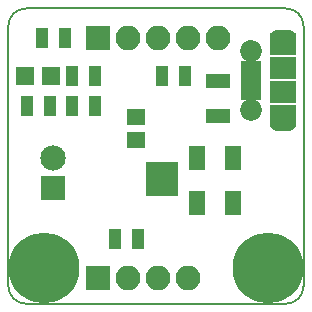
<source format=gbr>
G04 #@! TF.FileFunction,Soldermask,Top*
%FSLAX46Y46*%
G04 Gerber Fmt 4.6, Leading zero omitted, Abs format (unit mm)*
G04 Created by KiCad (PCBNEW 4.0.5) date Sunday, 09. April 2017 'u43' 16:43:39*
%MOMM*%
%LPD*%
G01*
G04 APERTURE LIST*
%ADD10C,0.100000*%
%ADD11C,0.150000*%
%ADD12C,6.000000*%
%ADD13R,1.400000X2.000000*%
%ADD14R,1.650000X1.400000*%
%ADD15R,1.600000X1.600000*%
%ADD16C,1.850000*%
%ADD17R,1.750000X0.800000*%
%ADD18R,2.300000X1.900000*%
%ADD19O,2.300000X1.600000*%
%ADD20R,2.100000X2.100000*%
%ADD21O,2.100000X2.100000*%
%ADD22R,1.100000X1.700000*%
%ADD23R,0.650000X1.100000*%
%ADD24R,1.600000X1.040000*%
%ADD25R,2.100000X1.300000*%
%ADD26R,2.150000X2.150000*%
%ADD27C,2.150000*%
G04 APERTURE END LIST*
D10*
D11*
X113500000Y-135000000D02*
G75*
G03X115000000Y-133500000I0J1500000D01*
G01*
X90000000Y-133500000D02*
G75*
G03X91500000Y-135000000I1500000J0D01*
G01*
X115000000Y-111500000D02*
G75*
G03X113500000Y-110000000I-1500000J0D01*
G01*
X91500000Y-110000000D02*
G75*
G03X90000000Y-111500000I0J-1500000D01*
G01*
X113500000Y-135000000D02*
X91500000Y-135000000D01*
X115000000Y-111500000D02*
X115000000Y-133500000D01*
X91500000Y-110000000D02*
X113500000Y-110000000D01*
X90000000Y-133500000D02*
X90000000Y-111500000D01*
D12*
X112000000Y-132000000D03*
D13*
X106000000Y-122700000D03*
X109000000Y-122700000D03*
D14*
X100795000Y-121160000D03*
X100795000Y-119160000D03*
D13*
X106000000Y-126510000D03*
X109000000Y-126510000D03*
D15*
X93640000Y-115715000D03*
X91440000Y-115715000D03*
D16*
X110550000Y-113580000D03*
X110550000Y-118580000D03*
D17*
X110550000Y-117380000D03*
X110550000Y-116730000D03*
X110550000Y-116080000D03*
X110550000Y-115430000D03*
X110550000Y-114780000D03*
D18*
X113250000Y-117080000D03*
X113250000Y-115080000D03*
D19*
X113250000Y-112580000D03*
X113250000Y-119580000D03*
D18*
X113250000Y-119130000D03*
X113250000Y-113030000D03*
D20*
X97620000Y-112540000D03*
D21*
X100160000Y-112540000D03*
X102700000Y-112540000D03*
X105240000Y-112540000D03*
X107780000Y-112540000D03*
D20*
X97620000Y-132860000D03*
D21*
X100160000Y-132860000D03*
X102700000Y-132860000D03*
X105240000Y-132860000D03*
D22*
X104920000Y-115715000D03*
X103020000Y-115715000D03*
X94760000Y-112540000D03*
X92860000Y-112540000D03*
X97300000Y-115715000D03*
X95400000Y-115715000D03*
X99050000Y-129500000D03*
X100950000Y-129500000D03*
X97300000Y-118255000D03*
X95400000Y-118255000D03*
X93490000Y-118255000D03*
X91590000Y-118255000D03*
D23*
X104000000Y-123553000D03*
X103500000Y-123553000D03*
X103000000Y-123553000D03*
X102500000Y-123553000D03*
X102000000Y-123553000D03*
X102000000Y-125403000D03*
X102500000Y-125403000D03*
X103000000Y-125403000D03*
X103500000Y-125403000D03*
X104000000Y-125403000D03*
D24*
X102400000Y-124478000D03*
X103600000Y-124478000D03*
D12*
X93000000Y-132000000D03*
D25*
X107780000Y-116170000D03*
X107780000Y-119070000D03*
D26*
X93810000Y-125200000D03*
D27*
X93810000Y-122700000D03*
M02*

</source>
